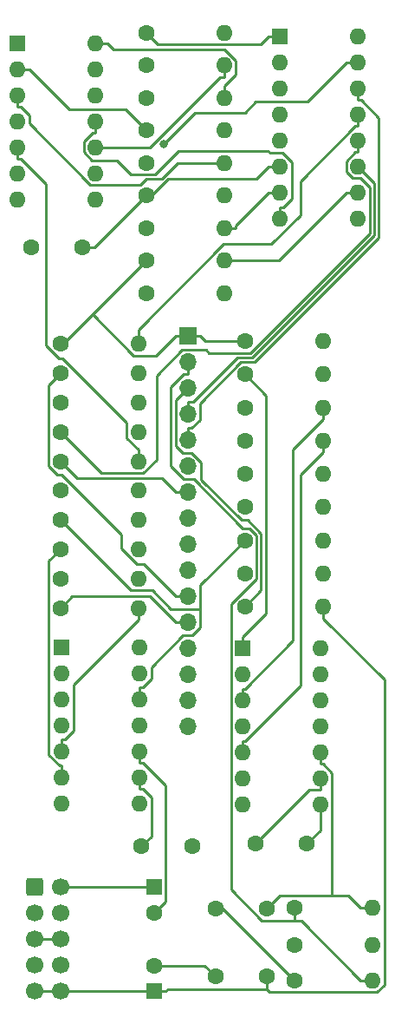
<source format=gbr>
%TF.GenerationSoftware,KiCad,Pcbnew,(6.0.0)*%
%TF.CreationDate,2022-10-17T09:45:21-04:00*%
%TF.ProjectId,ASVCA,41535643-412e-46b6-9963-61645f706362,rev?*%
%TF.SameCoordinates,Original*%
%TF.FileFunction,Copper,L2,Bot*%
%TF.FilePolarity,Positive*%
%FSLAX46Y46*%
G04 Gerber Fmt 4.6, Leading zero omitted, Abs format (unit mm)*
G04 Created by KiCad (PCBNEW (6.0.0)) date 2022-10-17 09:45:21*
%MOMM*%
%LPD*%
G01*
G04 APERTURE LIST*
G04 Aperture macros list*
%AMRoundRect*
0 Rectangle with rounded corners*
0 $1 Rounding radius*
0 $2 $3 $4 $5 $6 $7 $8 $9 X,Y pos of 4 corners*
0 Add a 4 corners polygon primitive as box body*
4,1,4,$2,$3,$4,$5,$6,$7,$8,$9,$2,$3,0*
0 Add four circle primitives for the rounded corners*
1,1,$1+$1,$2,$3*
1,1,$1+$1,$4,$5*
1,1,$1+$1,$6,$7*
1,1,$1+$1,$8,$9*
0 Add four rect primitives between the rounded corners*
20,1,$1+$1,$2,$3,$4,$5,0*
20,1,$1+$1,$4,$5,$6,$7,0*
20,1,$1+$1,$6,$7,$8,$9,0*
20,1,$1+$1,$8,$9,$2,$3,0*%
G04 Aperture macros list end*
%TA.AperFunction,ComponentPad*%
%ADD10R,1.600000X1.600000*%
%TD*%
%TA.AperFunction,ComponentPad*%
%ADD11C,1.600000*%
%TD*%
%TA.AperFunction,ComponentPad*%
%ADD12O,1.600000X1.600000*%
%TD*%
%TA.AperFunction,ComponentPad*%
%ADD13RoundRect,0.250000X-0.600000X-0.600000X0.600000X-0.600000X0.600000X0.600000X-0.600000X0.600000X0*%
%TD*%
%TA.AperFunction,ComponentPad*%
%ADD14C,1.700000*%
%TD*%
%TA.AperFunction,ComponentPad*%
%ADD15R,1.700000X1.700000*%
%TD*%
%TA.AperFunction,ComponentPad*%
%ADD16O,1.700000X1.700000*%
%TD*%
%TA.AperFunction,ViaPad*%
%ADD17C,0.800000*%
%TD*%
%TA.AperFunction,Conductor*%
%ADD18C,0.250000*%
%TD*%
G04 APERTURE END LIST*
D10*
%TO.P,C1,1*%
%TO.N,+12V*%
X66675000Y-109284900D03*
D11*
%TO.P,C1,2*%
%TO.N,GND*%
X66675000Y-111784900D03*
%TD*%
%TO.P,R3,1*%
%TO.N,PosRef*%
X80391000Y-111252000D03*
D12*
%TO.P,R3,2*%
%TO.N,GND*%
X88011000Y-111252000D03*
%TD*%
D11*
%TO.P,R25,1*%
%TO.N,CVIN1*%
X75565000Y-65722500D03*
D12*
%TO.P,R25,2*%
%TO.N,Net-(R25-Pad2)*%
X83185000Y-65722500D03*
%TD*%
D11*
%TO.P,R30,1*%
%TO.N,GND*%
X75565000Y-56007000D03*
D12*
%TO.P,R30,2*%
%TO.N,in1*%
X83185000Y-56007000D03*
%TD*%
D11*
%TO.P,R10,1*%
%TO.N,Net-(R10-Pad1)*%
X57531000Y-79177400D03*
D12*
%TO.P,R10,2*%
%TO.N,in3b*%
X65151000Y-79177400D03*
%TD*%
D11*
%TO.P,R2,1*%
%TO.N,NegRef*%
X75565000Y-81915000D03*
D12*
%TO.P,R2,2*%
%TO.N,-12V*%
X83185000Y-81915000D03*
%TD*%
D11*
%TO.P,R24,1*%
%TO.N,INPUT1*%
X75565000Y-62484000D03*
D12*
%TO.P,R24,2*%
%TO.N,Net-(R24-Pad2)*%
X83185000Y-62484000D03*
%TD*%
D11*
%TO.P,R7,1*%
%TO.N,CVIN3*%
X65913000Y-29083000D03*
D12*
%TO.P,R7,2*%
%TO.N,Net-(R7-Pad2)*%
X73533000Y-29083000D03*
%TD*%
D11*
%TO.P,C3,1*%
%TO.N,+12V*%
X72684000Y-111379000D03*
%TO.P,C3,2*%
%TO.N,GND*%
X77684000Y-111379000D03*
%TD*%
%TO.P,R5,1*%
%TO.N,INPUT3a*%
X65913000Y-38608000D03*
D12*
%TO.P,R5,2*%
%TO.N,Net-(R5-Pad2)*%
X73533000Y-38608000D03*
%TD*%
D11*
%TO.P,R21,1*%
%TO.N,OUTPUT2*%
X57531000Y-61990100D03*
D12*
%TO.P,R21,2*%
%TO.N,Net-(C6-Pad2)*%
X65151000Y-61990100D03*
%TD*%
D11*
%TO.P,R18,1*%
%TO.N,Iout2*%
X57531000Y-64854700D03*
D12*
%TO.P,R18,2*%
%TO.N,Net-(C6-Pad2)*%
X65151000Y-64854700D03*
%TD*%
D11*
%TO.P,R31,1*%
%TO.N,GND*%
X75565000Y-75438000D03*
D12*
%TO.P,R31,2*%
%TO.N,VCntrl1*%
X83185000Y-75438000D03*
%TD*%
D11*
%TO.P,R4,1*%
%TO.N,GND*%
X80391000Y-114935000D03*
D12*
%TO.P,R4,2*%
%TO.N,NegRef*%
X88011000Y-114935000D03*
%TD*%
D13*
%TO.P,J1,1,Pin_1*%
%TO.N,+12V*%
X55000500Y-109220000D03*
D14*
%TO.P,J1,2,Pin_2*%
X57540500Y-109220000D03*
%TO.P,J1,3,Pin_3*%
%TO.N,GND*%
X55000500Y-111760000D03*
%TO.P,J1,4,Pin_4*%
X57540500Y-111760000D03*
%TO.P,J1,5,Pin_5*%
X55000500Y-114300000D03*
%TO.P,J1,6,Pin_6*%
X57540500Y-114300000D03*
%TO.P,J1,7,Pin_7*%
X55000500Y-116840000D03*
%TO.P,J1,8,Pin_8*%
X57540500Y-116840000D03*
%TO.P,J1,9,Pin_9*%
%TO.N,-12V*%
X55000500Y-119380000D03*
%TO.P,J1,10,Pin_10*%
X57540500Y-119380000D03*
%TD*%
D10*
%TO.P,U2,1*%
%TO.N,Net-(R9-Pad1)*%
X53350000Y-26919000D03*
D12*
%TO.P,U2,2,-*%
X53350000Y-29459000D03*
%TO.P,U2,3,+*%
%TO.N,Net-(R5-Pad2)*%
X53350000Y-31999000D03*
%TO.P,U2,4,V+*%
%TO.N,+12V*%
X53350000Y-34539000D03*
%TO.P,U2,5,+*%
%TO.N,Net-(R6-Pad2)*%
X53350000Y-37079000D03*
%TO.P,U2,6,-*%
%TO.N,Net-(R10-Pad1)*%
X53350000Y-39619000D03*
%TO.P,U2,7*%
X53350000Y-42159000D03*
%TO.P,U2,8*%
%TO.N,Net-(R11-Pad1)*%
X60970000Y-42159000D03*
%TO.P,U2,9,-*%
X60970000Y-39619000D03*
%TO.P,U2,10,+*%
%TO.N,Net-(R7-Pad2)*%
X60970000Y-37079000D03*
%TO.P,U2,11,V-*%
%TO.N,-12V*%
X60970000Y-34539000D03*
%TO.P,U2,12,+*%
%TO.N,GND*%
X60970000Y-31999000D03*
%TO.P,U2,13,-*%
%TO.N,Iout3*%
X60970000Y-29459000D03*
%TO.P,U2,14*%
%TO.N,Net-(C5-Pad2)*%
X60970000Y-26919000D03*
%TD*%
D11*
%TO.P,R15,1*%
%TO.N,GND*%
X65913000Y-44958000D03*
D12*
%TO.P,R15,2*%
%TO.N,VCntrl3*%
X73533000Y-44958000D03*
%TD*%
D11*
%TO.P,R6,1*%
%TO.N,INPUT3b*%
X57531000Y-67719200D03*
D12*
%TO.P,R6,2*%
%TO.N,Net-(R6-Pad2)*%
X65151000Y-67719200D03*
%TD*%
D11*
%TO.P,R19,1*%
%TO.N,Net-(R19-Pad1)*%
X57531000Y-70583800D03*
D12*
%TO.P,R19,2*%
%TO.N,in2*%
X65151000Y-70583800D03*
%TD*%
D11*
%TO.P,C5,1*%
%TO.N,Iout3*%
X59650000Y-46863000D03*
%TO.P,C5,2*%
%TO.N,Net-(C5-Pad2)*%
X54650000Y-46863000D03*
%TD*%
%TO.P,C4,1*%
%TO.N,GND*%
X72684000Y-117983000D03*
%TO.P,C4,2*%
%TO.N,-12V*%
X77684000Y-117983000D03*
%TD*%
%TO.P,R9,1*%
%TO.N,Net-(R9-Pad1)*%
X65913000Y-35433000D03*
D12*
%TO.P,R9,2*%
%TO.N,in3a*%
X73533000Y-35433000D03*
%TD*%
D10*
%TO.P,C2,1*%
%TO.N,-12V*%
X66675000Y-119442100D03*
D11*
%TO.P,C2,2*%
%TO.N,GND*%
X66675000Y-116942100D03*
%TD*%
%TO.P,R27,1*%
%TO.N,Net-(R27-Pad1)*%
X75565000Y-59245500D03*
D12*
%TO.P,R27,2*%
%TO.N,in1*%
X83185000Y-59245500D03*
%TD*%
D11*
%TO.P,R17,1*%
%TO.N,CVIN2*%
X57531000Y-82042000D03*
D12*
%TO.P,R17,2*%
%TO.N,Net-(R17-Pad2)*%
X65151000Y-82042000D03*
%TD*%
D11*
%TO.P,R28,1*%
%TO.N,Net-(R28-Pad1)*%
X75565000Y-78676500D03*
D12*
%TO.P,R28,2*%
%TO.N,VCntrl1*%
X83185000Y-78676500D03*
%TD*%
D10*
%TO.P,U3,1*%
%TO.N,Net-(R19-Pad1)*%
X57668000Y-85847000D03*
D12*
%TO.P,U3,2,-*%
X57668000Y-88387000D03*
%TO.P,U3,3,+*%
%TO.N,Net-(R16-Pad2)*%
X57668000Y-90927000D03*
%TO.P,U3,4*%
%TO.N,N/C*%
X57668000Y-93467000D03*
%TO.P,U3,5,+*%
%TO.N,Net-(R17-Pad2)*%
X57668000Y-96007000D03*
%TO.P,U3,6,-*%
%TO.N,Net-(R20-Pad1)*%
X57668000Y-98547000D03*
%TO.P,U3,7*%
X57668000Y-101087000D03*
%TO.P,U3,8*%
%TO.N,Net-(C6-Pad2)*%
X65288000Y-101087000D03*
%TO.P,U3,9,-*%
%TO.N,Iout2*%
X65288000Y-98547000D03*
%TO.P,U3,10,+*%
%TO.N,GND*%
X65288000Y-96007000D03*
%TO.P,U3,11*%
%TO.N,N/C*%
X65288000Y-93467000D03*
%TO.P,U3,12,+*%
%TO.N,GND*%
X65288000Y-90927000D03*
%TO.P,U3,13,-*%
%TO.N,Net-(U3-Pad13)*%
X65288000Y-88387000D03*
%TO.P,U3,14*%
X65288000Y-85847000D03*
%TD*%
D11*
%TO.P,C6,1*%
%TO.N,Iout2*%
X65445000Y-105283000D03*
%TO.P,C6,2*%
%TO.N,Net-(C6-Pad2)*%
X70445000Y-105283000D03*
%TD*%
%TO.P,R20,1*%
%TO.N,Net-(R20-Pad1)*%
X57531000Y-76312900D03*
D12*
%TO.P,R20,2*%
%TO.N,VCntrl2*%
X65151000Y-76312900D03*
%TD*%
D11*
%TO.P,R26,1*%
%TO.N,Iout1*%
X75565000Y-68961000D03*
D12*
%TO.P,R26,2*%
%TO.N,Net-(C7-Pad2)*%
X83185000Y-68961000D03*
%TD*%
D11*
%TO.P,R12,1*%
%TO.N,OUTPUT3*%
X65913000Y-32258000D03*
D12*
%TO.P,R12,2*%
%TO.N,Net-(C5-Pad2)*%
X73533000Y-32258000D03*
%TD*%
D11*
%TO.P,R14,1*%
%TO.N,GND*%
X65913000Y-48133000D03*
D12*
%TO.P,R14,2*%
%TO.N,in3b*%
X73533000Y-48133000D03*
%TD*%
D10*
%TO.P,U1,1,GND*%
%TO.N,GND*%
X79004000Y-26279000D03*
D12*
%TO.P,U1,2,In1*%
%TO.N,in1*%
X79004000Y-28819000D03*
%TO.P,U1,3,CVMix1*%
%TO.N,to_CVMix1*%
X79004000Y-31359000D03*
%TO.P,U1,4,Vcntrl1*%
%TO.N,VCntrl1*%
X79004000Y-33899000D03*
%TO.P,U1,5,Iout1*%
%TO.N,Iout1*%
X79004000Y-36439000D03*
%TO.P,U1,6,Iout3*%
%TO.N,Iout3*%
X79004000Y-38979000D03*
%TO.P,U1,7,Vcntrl3*%
%TO.N,VCntrl3*%
X79004000Y-41519000D03*
%TO.P,U1,8,VEE*%
%TO.N,-12V*%
X79004000Y-44059000D03*
%TO.P,U1,9,In3a*%
%TO.N,in3a*%
X86624000Y-44059000D03*
%TO.P,U1,10,In3b*%
%TO.N,in3b*%
X86624000Y-41519000D03*
%TO.P,U1,11,CVMix3*%
%TO.N,to_CVMix3*%
X86624000Y-38979000D03*
%TO.P,U1,12,Iout2*%
%TO.N,Iout2*%
X86624000Y-36439000D03*
%TO.P,U1,13,Vcntrl2*%
%TO.N,VCntrl2*%
X86624000Y-33899000D03*
%TO.P,U1,14,CVMix2*%
%TO.N,to_CVMix2*%
X86624000Y-31359000D03*
%TO.P,U1,15,In2*%
%TO.N,in2*%
X86624000Y-28819000D03*
%TO.P,U1,16,VCC*%
%TO.N,+12V*%
X86624000Y-26279000D03*
%TD*%
D11*
%TO.P,R8,1*%
%TO.N,Iout3*%
X65913000Y-41783000D03*
D12*
%TO.P,R8,2*%
%TO.N,Net-(C5-Pad2)*%
X73533000Y-41783000D03*
%TD*%
D15*
%TO.P,J12,1,Pin_1*%
%TO.N,GND*%
X69977000Y-55499000D03*
D16*
%TO.P,J12,2,Pin_2*%
%TO.N,PosRef*%
X69977000Y-58039000D03*
%TO.P,J12,3,Pin_3*%
%TO.N,NegRef*%
X69977000Y-60579000D03*
%TO.P,J12,4,Pin_4*%
%TO.N,to_CVMix3*%
X69977000Y-63119000D03*
%TO.P,J12,5,Pin_5*%
%TO.N,to_CVMix2*%
X69977000Y-65659000D03*
%TO.P,J12,6,Pin_6*%
%TO.N,to_CVMix1*%
X69977000Y-68199000D03*
%TO.P,J12,7,Pin_7*%
%TO.N,INPUT3b*%
X69977000Y-70739000D03*
%TO.P,J12,8,Pin_8*%
%TO.N,OUTPUT3*%
X69977000Y-73279000D03*
%TO.P,J12,9,Pin_9*%
%TO.N,CVIN3*%
X69977000Y-75819000D03*
%TO.P,J12,10,Pin_10*%
%TO.N,INPUT3a*%
X69977000Y-78359000D03*
%TO.P,J12,11,Pin_11*%
%TO.N,INPUT2*%
X69977000Y-80899000D03*
%TO.P,J12,12,Pin_12*%
%TO.N,CVIN2*%
X69977000Y-83439000D03*
%TO.P,J12,13,Pin_13*%
%TO.N,OUTPUT2*%
X69977000Y-85979000D03*
%TO.P,J12,14,Pin_14*%
%TO.N,INPUT1*%
X69977000Y-88519000D03*
%TO.P,J12,15,Pin_15*%
%TO.N,CVIN1*%
X69977000Y-91059000D03*
%TO.P,J12,16,Pin_16*%
%TO.N,OUTPUT1*%
X69977000Y-93599000D03*
%TD*%
D11*
%TO.P,R22,1*%
%TO.N,GND*%
X57531000Y-73448300D03*
D12*
%TO.P,R22,2*%
%TO.N,in2*%
X65151000Y-73448300D03*
%TD*%
D11*
%TO.P,C7,1*%
%TO.N,Iout1*%
X76621000Y-105029000D03*
%TO.P,C7,2*%
%TO.N,Net-(C7-Pad2)*%
X81621000Y-105029000D03*
%TD*%
%TO.P,R29,1*%
%TO.N,OUTPUT1*%
X75565000Y-72199500D03*
D12*
%TO.P,R29,2*%
%TO.N,Net-(C7-Pad2)*%
X83185000Y-72199500D03*
%TD*%
D11*
%TO.P,R1,1*%
%TO.N,+12V*%
X80391000Y-118364000D03*
D12*
%TO.P,R1,2*%
%TO.N,PosRef*%
X88011000Y-118364000D03*
%TD*%
D11*
%TO.P,R16,1*%
%TO.N,INPUT2*%
X57531000Y-59125600D03*
D12*
%TO.P,R16,2*%
%TO.N,Net-(R16-Pad2)*%
X65151000Y-59125600D03*
%TD*%
D11*
%TO.P,R11,1*%
%TO.N,Net-(R11-Pad1)*%
X65913000Y-51308000D03*
D12*
%TO.P,R11,2*%
%TO.N,VCntrl3*%
X73533000Y-51308000D03*
%TD*%
D11*
%TO.P,R23,1*%
%TO.N,GND*%
X57531000Y-56261000D03*
D12*
%TO.P,R23,2*%
%TO.N,VCntrl2*%
X65151000Y-56261000D03*
%TD*%
D10*
%TO.P,U4,1*%
%TO.N,Net-(R27-Pad1)*%
X75321000Y-85974000D03*
D12*
%TO.P,U4,2,-*%
X75321000Y-88514000D03*
%TO.P,U4,3,+*%
%TO.N,Net-(R24-Pad2)*%
X75321000Y-91054000D03*
%TO.P,U4,4*%
%TO.N,N/C*%
X75321000Y-93594000D03*
%TO.P,U4,5,+*%
%TO.N,Net-(R25-Pad2)*%
X75321000Y-96134000D03*
%TO.P,U4,6,-*%
%TO.N,Net-(R28-Pad1)*%
X75321000Y-98674000D03*
%TO.P,U4,7*%
X75321000Y-101214000D03*
%TO.P,U4,8*%
%TO.N,Net-(C7-Pad2)*%
X82941000Y-101214000D03*
%TO.P,U4,9,-*%
%TO.N,Iout1*%
X82941000Y-98674000D03*
%TO.P,U4,10,+*%
%TO.N,GND*%
X82941000Y-96134000D03*
%TO.P,U4,11*%
%TO.N,N/C*%
X82941000Y-93594000D03*
%TO.P,U4,12,+*%
%TO.N,GND*%
X82941000Y-91054000D03*
%TO.P,U4,13,-*%
%TO.N,Net-(U4-Pad13)*%
X82941000Y-88514000D03*
%TO.P,U4,14*%
X82941000Y-85974000D03*
%TD*%
D11*
%TO.P,R13,1*%
%TO.N,GND*%
X65913000Y-25908000D03*
D12*
%TO.P,R13,2*%
%TO.N,in3a*%
X73533000Y-25908000D03*
%TD*%
D17*
%TO.N,in2*%
X67591800Y-36794900D03*
%TD*%
D18*
%TO.N,+12V*%
X73406000Y-111379000D02*
X72684000Y-111379000D01*
X80391000Y-118364000D02*
X73406000Y-111379000D01*
X57540500Y-109220000D02*
X65484800Y-109220000D01*
X65484800Y-109220000D02*
X65549700Y-109284900D01*
X66675000Y-109284900D02*
X65549700Y-109284900D01*
%TO.N,GND*%
X64696700Y-57424500D02*
X66876200Y-57424500D01*
X67044300Y-27039300D02*
X65913000Y-25908000D01*
X66876200Y-57424500D02*
X68801700Y-55499000D01*
X71660300Y-56007000D02*
X71152300Y-55499000D01*
X67802600Y-99365600D02*
X67802600Y-110657300D01*
X84091900Y-110061500D02*
X79001500Y-110061500D01*
X77878700Y-26279000D02*
X77118400Y-27039300D01*
X67802600Y-110657300D02*
X66675000Y-111784900D01*
X79001500Y-110061500D02*
X77684000Y-111379000D01*
X71198800Y-79804200D02*
X75565000Y-75438000D01*
X65288000Y-96007000D02*
X65288000Y-97132300D01*
X69505500Y-84709000D02*
X66413300Y-87801200D01*
X77118400Y-27039300D02*
X67044300Y-27039300D01*
X65569400Y-89801700D02*
X65288000Y-89801700D01*
X75565000Y-56007000D02*
X71660300Y-56007000D01*
X68349600Y-82111100D02*
X71198800Y-82111100D01*
X86885700Y-111252000D02*
X85695200Y-110061500D01*
X65288000Y-97132300D02*
X65569300Y-97132300D01*
X71643100Y-116942100D02*
X72684000Y-117983000D01*
X66413300Y-87801200D02*
X66413300Y-88957800D01*
X64400200Y-80317500D02*
X66556000Y-80317500D01*
X60659100Y-53386900D02*
X64696700Y-57424500D01*
X84091900Y-110061500D02*
X84091900Y-98128900D01*
X65569300Y-97132300D02*
X67802600Y-99365600D01*
X57531000Y-73448300D02*
X64400200Y-80317500D01*
X66675000Y-116942100D02*
X71643100Y-116942100D01*
X69977000Y-55499000D02*
X71152300Y-55499000D01*
X69977000Y-55499000D02*
X68801700Y-55499000D01*
X66556000Y-80317500D02*
X68349600Y-82111100D01*
X71198800Y-83920600D02*
X70410400Y-84709000D01*
X79004000Y-26279000D02*
X77878700Y-26279000D01*
X71198800Y-82111100D02*
X71198800Y-79804200D01*
X83222300Y-97259300D02*
X82941000Y-97259300D01*
X65288000Y-90927000D02*
X65288000Y-89801700D01*
X60659100Y-53386900D02*
X57785000Y-56261000D01*
X57785000Y-56261000D02*
X57531000Y-56261000D01*
X57540500Y-114300000D02*
X55000500Y-114300000D01*
X84091900Y-98128900D02*
X83222300Y-97259300D01*
X88011000Y-111252000D02*
X86885700Y-111252000D01*
X70410400Y-84709000D02*
X69505500Y-84709000D01*
X65913000Y-48133000D02*
X60659100Y-53386900D01*
X85695200Y-110061500D02*
X84091900Y-110061500D01*
X82941000Y-96134000D02*
X82941000Y-97259300D01*
X66413300Y-88957800D02*
X65569400Y-89801700D01*
X71198800Y-82111100D02*
X71198800Y-83920600D01*
%TO.N,-12V*%
X77684000Y-119199700D02*
X68042700Y-119199700D01*
X60688600Y-35664300D02*
X60970000Y-35664300D01*
X55000500Y-119380000D02*
X57540500Y-119380000D01*
X80129400Y-42089600D02*
X80129400Y-38508500D01*
X64417600Y-39733300D02*
X63033300Y-38349000D01*
X89184600Y-118792100D02*
X88460400Y-119516300D01*
X66675000Y-119442100D02*
X57602600Y-119442100D01*
X57602600Y-119442100D02*
X57540500Y-119380000D01*
X89184600Y-89039900D02*
X89184600Y-118792100D01*
X66675000Y-119442100D02*
X67800300Y-119442100D01*
X77839900Y-37459900D02*
X69089700Y-37459900D01*
X79236600Y-37615700D02*
X77995700Y-37615700D01*
X68042700Y-119199700D02*
X67800300Y-119442100D01*
X79285300Y-42933700D02*
X80129400Y-42089600D01*
X77995700Y-37615700D02*
X77839900Y-37459900D01*
X63033300Y-38349000D02*
X60642200Y-38349000D01*
X77684000Y-119199700D02*
X77684000Y-117983000D01*
X69089700Y-37459900D02*
X66816300Y-39733300D01*
X60642200Y-38349000D02*
X59844700Y-37551500D01*
X59844700Y-37551500D02*
X59844700Y-36508200D01*
X78000600Y-119516300D02*
X77684000Y-119199700D01*
X88460400Y-119516300D02*
X78000600Y-119516300D01*
X83185000Y-83040300D02*
X89184600Y-89039900D01*
X80129400Y-38508500D02*
X79236600Y-37615700D01*
X59844700Y-36508200D02*
X60688600Y-35664300D01*
X66816300Y-39733300D02*
X64417600Y-39733300D01*
X79004000Y-44059000D02*
X79004000Y-42933700D01*
X83185000Y-81915000D02*
X83185000Y-83040300D01*
X60970000Y-34539000D02*
X60970000Y-35664300D01*
X79004000Y-42933700D02*
X79285300Y-42933700D01*
%TO.N,Iout3*%
X79004000Y-38979000D02*
X77878700Y-38979000D01*
X66477400Y-41783000D02*
X68064900Y-40195500D01*
X60833000Y-46863000D02*
X59650000Y-46863000D01*
X76662200Y-40195500D02*
X77878700Y-38979000D01*
X65913000Y-41783000D02*
X66477400Y-41783000D01*
X68064900Y-40195500D02*
X76662200Y-40195500D01*
X65913000Y-41783000D02*
X60833000Y-46863000D01*
%TO.N,Net-(C5-Pad2)*%
X60970000Y-26919000D02*
X62095300Y-26919000D01*
X62689000Y-27512700D02*
X73566100Y-27512700D01*
X74658300Y-28604900D02*
X74658300Y-30007400D01*
X73566100Y-27512700D02*
X74658300Y-28604900D01*
X73533000Y-32258000D02*
X73533000Y-31132700D01*
X74658300Y-30007400D02*
X73533000Y-31132700D01*
X62095300Y-26919000D02*
X62689000Y-27512700D01*
%TO.N,Iout2*%
X66413300Y-100516200D02*
X65569400Y-99672300D01*
X65445000Y-105283000D02*
X66413300Y-104314700D01*
X85466000Y-39487900D02*
X86082500Y-40104400D01*
X86342700Y-37564300D02*
X85466000Y-38441000D01*
X71758200Y-56843200D02*
X69451400Y-56843200D01*
X61548100Y-68871800D02*
X57531000Y-64854700D01*
X87749300Y-45468000D02*
X76079100Y-57138200D01*
X85466000Y-38441000D02*
X85466000Y-39487900D01*
X86811800Y-40104400D02*
X87749300Y-41041900D01*
X72053200Y-57138200D02*
X71758200Y-56843200D01*
X86624000Y-37564300D02*
X86342700Y-37564300D01*
X69451400Y-56843200D02*
X66935400Y-59359200D01*
X66935400Y-59359200D02*
X66935400Y-67571000D01*
X86082500Y-40104400D02*
X86811800Y-40104400D01*
X65634600Y-68871800D02*
X61548100Y-68871800D01*
X66413300Y-104314700D02*
X66413300Y-100516200D01*
X66935400Y-67571000D02*
X65634600Y-68871800D01*
X65288000Y-98547000D02*
X65288000Y-99672300D01*
X86624000Y-36439000D02*
X86624000Y-37564300D01*
X65569400Y-99672300D02*
X65288000Y-99672300D01*
X76079100Y-57138200D02*
X72053200Y-57138200D01*
X87749300Y-41041900D02*
X87749300Y-45468000D01*
%TO.N,Iout1*%
X76621000Y-105029000D02*
X81850700Y-99799300D01*
X81850700Y-99799300D02*
X82941000Y-99799300D01*
X82941000Y-98674000D02*
X82941000Y-99799300D01*
%TO.N,Net-(C7-Pad2)*%
X81621000Y-105029000D02*
X82941000Y-103709000D01*
X82941000Y-103709000D02*
X82941000Y-101214000D01*
%TO.N,PosRef*%
X76703900Y-74971800D02*
X76000700Y-74268600D01*
X81078100Y-112556400D02*
X80391000Y-112556400D01*
X70565900Y-69469000D02*
X69569000Y-69469000D01*
X74195600Y-109522800D02*
X74195600Y-81662700D01*
X69569000Y-69469000D02*
X68317300Y-68217300D01*
X88011000Y-118364000D02*
X86885700Y-118364000D01*
X75365500Y-74268600D02*
X70565900Y-69469000D01*
X80391000Y-112556400D02*
X77229200Y-112556400D01*
X77229200Y-112556400D02*
X74195600Y-109522800D01*
X68317300Y-68217300D02*
X68317300Y-60506700D01*
X76703900Y-79154400D02*
X76703900Y-74971800D01*
X80391000Y-112556400D02*
X80391000Y-111252000D01*
X76000700Y-74268600D02*
X75365500Y-74268600D01*
X69977000Y-58039000D02*
X69977000Y-59214300D01*
X68317300Y-60506700D02*
X69609700Y-59214300D01*
X69609700Y-59214300D02*
X69977000Y-59214300D01*
X86885700Y-118364000D02*
X81078100Y-112556400D01*
X74195600Y-81662700D02*
X76703900Y-79154400D01*
%TO.N,NegRef*%
X75565000Y-81915000D02*
X77154300Y-80325700D01*
X71285900Y-69512000D02*
X71285900Y-67841600D01*
X77154300Y-80325700D02*
X77154300Y-74743500D01*
X75229600Y-73455700D02*
X71285900Y-69512000D01*
X77154300Y-74743500D02*
X75866500Y-73455700D01*
X70373300Y-66929000D02*
X69489200Y-66929000D01*
X75866500Y-73455700D02*
X75229600Y-73455700D01*
X68801700Y-66241500D02*
X68801700Y-61754300D01*
X71285900Y-67841600D02*
X70373300Y-66929000D01*
X69489200Y-66929000D02*
X68801700Y-66241500D01*
X68801700Y-61754300D02*
X69977000Y-60579000D01*
%TO.N,Net-(R5-Pad2)*%
X53631400Y-33124300D02*
X54475300Y-33968200D01*
X54475300Y-33968200D02*
X54475300Y-34775400D01*
X73533000Y-38608000D02*
X72407700Y-38608000D01*
X65328200Y-40763000D02*
X65907600Y-40183600D01*
X69015400Y-38608000D02*
X72407700Y-38608000D01*
X60462900Y-40763000D02*
X65328200Y-40763000D01*
X54475300Y-34775400D02*
X60462900Y-40763000D01*
X53350000Y-31999000D02*
X53350000Y-33124300D01*
X67439800Y-40183600D02*
X69015400Y-38608000D01*
X53350000Y-33124300D02*
X53631400Y-33124300D01*
X65907600Y-40183600D02*
X67439800Y-40183600D01*
%TO.N,Net-(R6-Pad2)*%
X56117700Y-56453600D02*
X57357400Y-57693300D01*
X57357400Y-57693300D02*
X57763300Y-57693300D01*
X56117700Y-40690700D02*
X56117700Y-56453600D01*
X64025700Y-65468600D02*
X65151000Y-66593900D01*
X53350000Y-37079000D02*
X53350000Y-38204300D01*
X53631300Y-38204300D02*
X56117700Y-40690700D01*
X57763300Y-57693300D02*
X64025700Y-63955700D01*
X65151000Y-67719200D02*
X65151000Y-66593900D01*
X64025700Y-63955700D02*
X64025700Y-65468600D01*
X53350000Y-38204300D02*
X53631300Y-38204300D01*
%TO.N,INPUT3b*%
X67437100Y-69374400D02*
X68801700Y-70739000D01*
X59186200Y-69374400D02*
X67437100Y-69374400D01*
X69977000Y-70739000D02*
X68801700Y-70739000D01*
X57531000Y-67719200D02*
X59186200Y-69374400D01*
%TO.N,Net-(R7-Pad2)*%
X73152700Y-30208300D02*
X66282000Y-37079000D01*
X73533000Y-30208300D02*
X73152700Y-30208300D01*
X73533000Y-29083000D02*
X73533000Y-30208300D01*
X66282000Y-37079000D02*
X60970000Y-37079000D01*
%TO.N,Net-(R9-Pad1)*%
X54475300Y-29459000D02*
X58429900Y-33413600D01*
X53350000Y-29459000D02*
X54475300Y-29459000D01*
X58429900Y-33413600D02*
X63893600Y-33413600D01*
X63893600Y-33413600D02*
X65913000Y-35433000D01*
%TO.N,in3b*%
X86624000Y-41519000D02*
X85498700Y-41519000D01*
X78884700Y-48133000D02*
X85498700Y-41519000D01*
X74658300Y-48133000D02*
X78884700Y-48133000D01*
X73533000Y-48133000D02*
X74658300Y-48133000D01*
%TO.N,VCntrl3*%
X79004000Y-41519000D02*
X77878700Y-41519000D01*
X77878700Y-41519000D02*
X74658300Y-44739400D01*
X74658300Y-44739400D02*
X74658300Y-44958000D01*
X73533000Y-44958000D02*
X74658300Y-44958000D01*
%TO.N,INPUT2*%
X64989500Y-77745100D02*
X65647800Y-77745100D01*
X56388500Y-60268100D02*
X56388500Y-68168100D01*
X57212500Y-68992100D02*
X57610300Y-68992100D01*
X65647800Y-77745100D02*
X68801700Y-80899000D01*
X69977000Y-80899000D02*
X68801700Y-80899000D01*
X57531000Y-59125600D02*
X56388500Y-60268100D01*
X56388500Y-68168100D02*
X57212500Y-68992100D01*
X57610300Y-68992100D02*
X63502900Y-74884700D01*
X63502900Y-76258500D02*
X64989500Y-77745100D01*
X63502900Y-74884700D02*
X63502900Y-76258500D01*
%TO.N,Net-(R17-Pad2)*%
X65151000Y-82042000D02*
X65151000Y-83167300D01*
X58793300Y-94037800D02*
X57949400Y-94881700D01*
X57668000Y-96007000D02*
X57668000Y-94881700D01*
X58793300Y-89525000D02*
X58793300Y-94037800D01*
X57949400Y-94881700D02*
X57668000Y-94881700D01*
X65151000Y-83167300D02*
X58793300Y-89525000D01*
%TO.N,CVIN2*%
X58672900Y-80900100D02*
X66262800Y-80900100D01*
X69977000Y-83439000D02*
X68801700Y-83439000D01*
X66262800Y-80900100D02*
X68801700Y-83439000D01*
X57531000Y-82042000D02*
X58672900Y-80900100D01*
%TO.N,in2*%
X76630700Y-32629000D02*
X81688700Y-32629000D01*
X70700500Y-33686200D02*
X75573500Y-33686200D01*
X86624000Y-28819000D02*
X85498700Y-28819000D01*
X75573500Y-33686200D02*
X76630700Y-32629000D01*
X67591800Y-36794900D02*
X70700500Y-33686200D01*
X81688700Y-32629000D02*
X85498700Y-28819000D01*
%TO.N,VCntrl2*%
X86624000Y-35024300D02*
X86342700Y-35024300D01*
X80972400Y-40394600D02*
X80972400Y-43735500D01*
X73477200Y-46545500D02*
X65151000Y-54871700D01*
X80972400Y-43735500D02*
X78162400Y-46545500D01*
X78162400Y-46545500D02*
X73477200Y-46545500D01*
X86342700Y-35024300D02*
X80972400Y-40394600D01*
X65151000Y-54871700D02*
X65151000Y-56261000D01*
X86624000Y-33899000D02*
X86624000Y-35024300D01*
%TO.N,Net-(R20-Pad1)*%
X57531000Y-76312900D02*
X56394100Y-77449800D01*
X56394100Y-77449800D02*
X56394100Y-96361400D01*
X56394100Y-96361400D02*
X57454400Y-97421700D01*
X57668000Y-98547000D02*
X57668000Y-97421700D01*
X57454400Y-97421700D02*
X57668000Y-97421700D01*
%TO.N,Net-(R24-Pad2)*%
X80251300Y-85237500D02*
X75560100Y-89928700D01*
X83185000Y-63609300D02*
X80251300Y-66543000D01*
X83185000Y-62484000D02*
X83185000Y-63609300D01*
X75560100Y-89928700D02*
X75321000Y-89928700D01*
X80251300Y-66543000D02*
X80251300Y-85237500D01*
X75321000Y-91054000D02*
X75321000Y-89928700D01*
%TO.N,Net-(R25-Pad2)*%
X83185000Y-66847800D02*
X80988800Y-69044000D01*
X75602300Y-95008700D02*
X75321000Y-95008700D01*
X80988800Y-69044000D02*
X80988800Y-89622200D01*
X80988800Y-89622200D02*
X75602300Y-95008700D01*
X75321000Y-96134000D02*
X75321000Y-95008700D01*
X83185000Y-65722500D02*
X83185000Y-66847800D01*
%TO.N,Net-(R27-Pad1)*%
X77612100Y-82557600D02*
X77612100Y-61292600D01*
X77612100Y-61292600D02*
X75565000Y-59245500D01*
X75321000Y-84848700D02*
X77612100Y-82557600D01*
X75321000Y-85974000D02*
X75321000Y-84848700D01*
%TO.N,to_CVMix2*%
X70344400Y-64483700D02*
X69977000Y-64483700D01*
X88650100Y-34229100D02*
X88650100Y-45893400D01*
X71152300Y-63675800D02*
X70344400Y-64483700D01*
X86624000Y-31359000D02*
X86624000Y-32484300D01*
X71152300Y-62065000D02*
X71152300Y-63675800D01*
X75178300Y-58039000D02*
X71152300Y-62065000D01*
X88650100Y-45893400D02*
X76504500Y-58039000D01*
X86905300Y-32484300D02*
X88650100Y-34229100D01*
X86624000Y-32484300D02*
X86905300Y-32484300D01*
X76504500Y-58039000D02*
X75178300Y-58039000D01*
X69977000Y-65659000D02*
X69977000Y-64483700D01*
%TO.N,to_CVMix3*%
X88199700Y-40554700D02*
X88199700Y-45678000D01*
X86624000Y-38979000D02*
X88199700Y-40554700D01*
X70508100Y-61943700D02*
X69977000Y-61943700D01*
X76289100Y-57588600D02*
X74863200Y-57588600D01*
X74863200Y-57588600D02*
X70508100Y-61943700D01*
X88199700Y-45678000D02*
X76289100Y-57588600D01*
X69977000Y-63119000D02*
X69977000Y-61943700D01*
%TD*%
M02*

</source>
